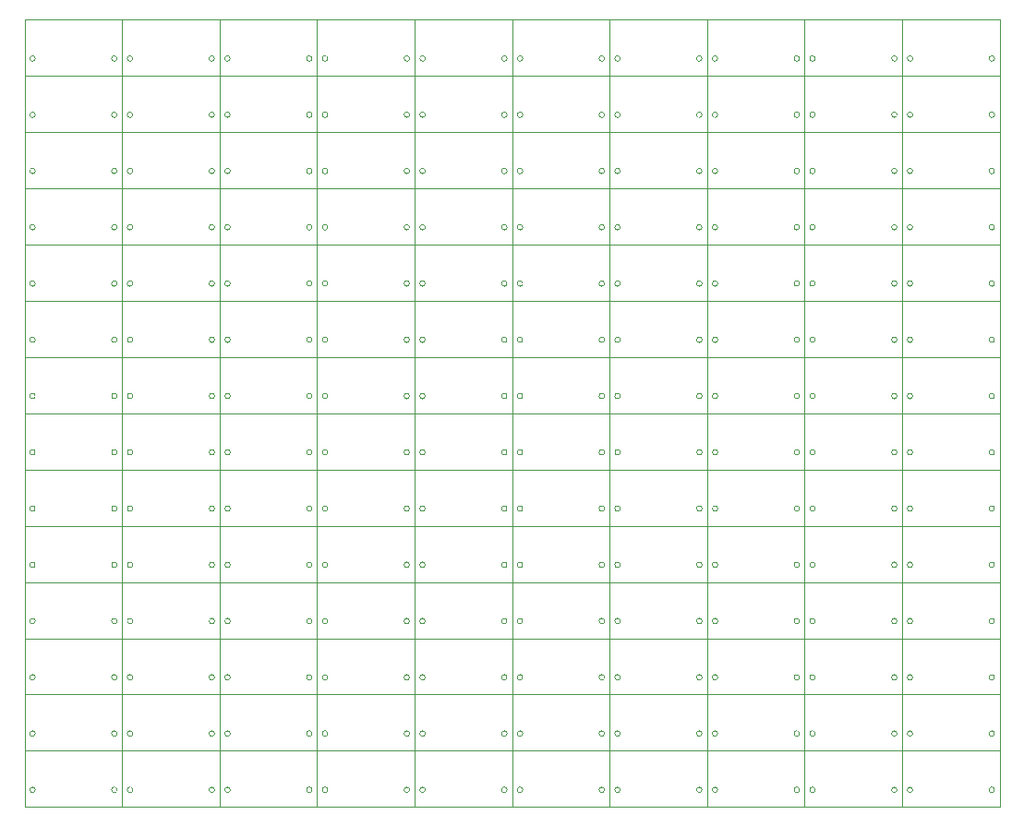
<source format=gbr>
%TF.GenerationSoftware,KiCad,Pcbnew,(6.0.7)*%
%TF.CreationDate,2023-04-07T20:00:28+08:00*%
%TF.ProjectId,MicroUSB2TypeCPanelization,4d696372-6f55-4534-9232-547970654350,rev?*%
%TF.SameCoordinates,Original*%
%TF.FileFunction,Profile,NP*%
%FSLAX46Y46*%
G04 Gerber Fmt 4.6, Leading zero omitted, Abs format (unit mm)*
G04 Created by KiCad (PCBNEW (6.0.7)) date 2023-04-07 20:00:28*
%MOMM*%
%LPD*%
G01*
G04 APERTURE LIST*
%TA.AperFunction,Profile*%
%ADD10C,0.050000*%
%TD*%
G04 APERTURE END LIST*
D10*
%TO.C,J279*%
X224072000Y-144526000D02*
X233012000Y-144526000D01*
X233012000Y-144526000D02*
X233012000Y-149686000D01*
X233012000Y-149686000D02*
X224072000Y-149686000D01*
X224072000Y-149686000D02*
X224072000Y-144526000D01*
X232542000Y-148106000D02*
G75*
G03*
X232542000Y-148106000I-250000J0D01*
G01*
X225042000Y-148106000D02*
G75*
G03*
X225042000Y-148106000I-250000J0D01*
G01*
%TO.C,J277*%
X215132000Y-144526000D02*
X224072000Y-144526000D01*
X224072000Y-144526000D02*
X224072000Y-149686000D01*
X224072000Y-149686000D02*
X215132000Y-149686000D01*
X215132000Y-149686000D02*
X215132000Y-144526000D01*
X223602000Y-148106000D02*
G75*
G03*
X223602000Y-148106000I-250000J0D01*
G01*
X216102000Y-148106000D02*
G75*
G03*
X216102000Y-148106000I-250000J0D01*
G01*
%TO.C,J275*%
X206192000Y-144526000D02*
X215132000Y-144526000D01*
X215132000Y-144526000D02*
X215132000Y-149686000D01*
X215132000Y-149686000D02*
X206192000Y-149686000D01*
X206192000Y-149686000D02*
X206192000Y-144526000D01*
X214662000Y-148106000D02*
G75*
G03*
X214662000Y-148106000I-250000J0D01*
G01*
X207162000Y-148106000D02*
G75*
G03*
X207162000Y-148106000I-250000J0D01*
G01*
%TO.C,J273*%
X197252000Y-144526000D02*
X206192000Y-144526000D01*
X206192000Y-144526000D02*
X206192000Y-149686000D01*
X206192000Y-149686000D02*
X197252000Y-149686000D01*
X197252000Y-149686000D02*
X197252000Y-144526000D01*
X205722000Y-148106000D02*
G75*
G03*
X205722000Y-148106000I-250000J0D01*
G01*
X198222000Y-148106000D02*
G75*
G03*
X198222000Y-148106000I-250000J0D01*
G01*
%TO.C,J271*%
X188312000Y-144526000D02*
X197252000Y-144526000D01*
X197252000Y-144526000D02*
X197252000Y-149686000D01*
X197252000Y-149686000D02*
X188312000Y-149686000D01*
X188312000Y-149686000D02*
X188312000Y-144526000D01*
X196782000Y-148106000D02*
G75*
G03*
X196782000Y-148106000I-250000J0D01*
G01*
X189282000Y-148106000D02*
G75*
G03*
X189282000Y-148106000I-250000J0D01*
G01*
%TO.C,J269*%
X179372000Y-144526000D02*
X188312000Y-144526000D01*
X188312000Y-144526000D02*
X188312000Y-149686000D01*
X188312000Y-149686000D02*
X179372000Y-149686000D01*
X179372000Y-149686000D02*
X179372000Y-144526000D01*
X187842000Y-148106000D02*
G75*
G03*
X187842000Y-148106000I-250000J0D01*
G01*
X180342000Y-148106000D02*
G75*
G03*
X180342000Y-148106000I-250000J0D01*
G01*
%TO.C,J267*%
X170432000Y-144526000D02*
X179372000Y-144526000D01*
X179372000Y-144526000D02*
X179372000Y-149686000D01*
X179372000Y-149686000D02*
X170432000Y-149686000D01*
X170432000Y-149686000D02*
X170432000Y-144526000D01*
X178902000Y-148106000D02*
G75*
G03*
X178902000Y-148106000I-250000J0D01*
G01*
X171402000Y-148106000D02*
G75*
G03*
X171402000Y-148106000I-250000J0D01*
G01*
%TO.C,J265*%
X161492000Y-144526000D02*
X170432000Y-144526000D01*
X170432000Y-144526000D02*
X170432000Y-149686000D01*
X170432000Y-149686000D02*
X161492000Y-149686000D01*
X161492000Y-149686000D02*
X161492000Y-144526000D01*
X169962000Y-148106000D02*
G75*
G03*
X169962000Y-148106000I-250000J0D01*
G01*
X162462000Y-148106000D02*
G75*
G03*
X162462000Y-148106000I-250000J0D01*
G01*
%TO.C,J263*%
X152552000Y-144526000D02*
X161492000Y-144526000D01*
X161492000Y-144526000D02*
X161492000Y-149686000D01*
X161492000Y-149686000D02*
X152552000Y-149686000D01*
X152552000Y-149686000D02*
X152552000Y-144526000D01*
X161022000Y-148106000D02*
G75*
G03*
X161022000Y-148106000I-250000J0D01*
G01*
X153522000Y-148106000D02*
G75*
G03*
X153522000Y-148106000I-250000J0D01*
G01*
%TO.C,J261*%
X143612000Y-144526000D02*
X152552000Y-144526000D01*
X152552000Y-144526000D02*
X152552000Y-149686000D01*
X152552000Y-149686000D02*
X143612000Y-149686000D01*
X143612000Y-149686000D02*
X143612000Y-144526000D01*
X152082000Y-148106000D02*
G75*
G03*
X152082000Y-148106000I-250000J0D01*
G01*
X144582000Y-148106000D02*
G75*
G03*
X144582000Y-148106000I-250000J0D01*
G01*
%TO.C,J259*%
X224072000Y-139366000D02*
X233012000Y-139366000D01*
X233012000Y-139366000D02*
X233012000Y-144526000D01*
X233012000Y-144526000D02*
X224072000Y-144526000D01*
X224072000Y-144526000D02*
X224072000Y-139366000D01*
X232542000Y-142946000D02*
G75*
G03*
X232542000Y-142946000I-250000J0D01*
G01*
X225042000Y-142946000D02*
G75*
G03*
X225042000Y-142946000I-250000J0D01*
G01*
%TO.C,J257*%
X215132000Y-139366000D02*
X224072000Y-139366000D01*
X224072000Y-139366000D02*
X224072000Y-144526000D01*
X224072000Y-144526000D02*
X215132000Y-144526000D01*
X215132000Y-144526000D02*
X215132000Y-139366000D01*
X223602000Y-142946000D02*
G75*
G03*
X223602000Y-142946000I-250000J0D01*
G01*
X216102000Y-142946000D02*
G75*
G03*
X216102000Y-142946000I-250000J0D01*
G01*
%TO.C,J255*%
X206192000Y-139366000D02*
X215132000Y-139366000D01*
X215132000Y-139366000D02*
X215132000Y-144526000D01*
X215132000Y-144526000D02*
X206192000Y-144526000D01*
X206192000Y-144526000D02*
X206192000Y-139366000D01*
X214662000Y-142946000D02*
G75*
G03*
X214662000Y-142946000I-250000J0D01*
G01*
X207162000Y-142946000D02*
G75*
G03*
X207162000Y-142946000I-250000J0D01*
G01*
%TO.C,J253*%
X197252000Y-139366000D02*
X206192000Y-139366000D01*
X206192000Y-139366000D02*
X206192000Y-144526000D01*
X206192000Y-144526000D02*
X197252000Y-144526000D01*
X197252000Y-144526000D02*
X197252000Y-139366000D01*
X205722000Y-142946000D02*
G75*
G03*
X205722000Y-142946000I-250000J0D01*
G01*
X198222000Y-142946000D02*
G75*
G03*
X198222000Y-142946000I-250000J0D01*
G01*
%TO.C,J251*%
X188312000Y-139366000D02*
X197252000Y-139366000D01*
X197252000Y-139366000D02*
X197252000Y-144526000D01*
X197252000Y-144526000D02*
X188312000Y-144526000D01*
X188312000Y-144526000D02*
X188312000Y-139366000D01*
X196782000Y-142946000D02*
G75*
G03*
X196782000Y-142946000I-250000J0D01*
G01*
X189282000Y-142946000D02*
G75*
G03*
X189282000Y-142946000I-250000J0D01*
G01*
%TO.C,J249*%
X179372000Y-139366000D02*
X188312000Y-139366000D01*
X188312000Y-139366000D02*
X188312000Y-144526000D01*
X188312000Y-144526000D02*
X179372000Y-144526000D01*
X179372000Y-144526000D02*
X179372000Y-139366000D01*
X187842000Y-142946000D02*
G75*
G03*
X187842000Y-142946000I-250000J0D01*
G01*
X180342000Y-142946000D02*
G75*
G03*
X180342000Y-142946000I-250000J0D01*
G01*
%TO.C,J247*%
X170432000Y-139366000D02*
X179372000Y-139366000D01*
X179372000Y-139366000D02*
X179372000Y-144526000D01*
X179372000Y-144526000D02*
X170432000Y-144526000D01*
X170432000Y-144526000D02*
X170432000Y-139366000D01*
X178902000Y-142946000D02*
G75*
G03*
X178902000Y-142946000I-250000J0D01*
G01*
X171402000Y-142946000D02*
G75*
G03*
X171402000Y-142946000I-250000J0D01*
G01*
%TO.C,J245*%
X161492000Y-139366000D02*
X170432000Y-139366000D01*
X170432000Y-139366000D02*
X170432000Y-144526000D01*
X170432000Y-144526000D02*
X161492000Y-144526000D01*
X161492000Y-144526000D02*
X161492000Y-139366000D01*
X169962000Y-142946000D02*
G75*
G03*
X169962000Y-142946000I-250000J0D01*
G01*
X162462000Y-142946000D02*
G75*
G03*
X162462000Y-142946000I-250000J0D01*
G01*
%TO.C,J243*%
X152552000Y-139366000D02*
X161492000Y-139366000D01*
X161492000Y-139366000D02*
X161492000Y-144526000D01*
X161492000Y-144526000D02*
X152552000Y-144526000D01*
X152552000Y-144526000D02*
X152552000Y-139366000D01*
X161022000Y-142946000D02*
G75*
G03*
X161022000Y-142946000I-250000J0D01*
G01*
X153522000Y-142946000D02*
G75*
G03*
X153522000Y-142946000I-250000J0D01*
G01*
%TO.C,J241*%
X143612000Y-139366000D02*
X152552000Y-139366000D01*
X152552000Y-139366000D02*
X152552000Y-144526000D01*
X152552000Y-144526000D02*
X143612000Y-144526000D01*
X143612000Y-144526000D02*
X143612000Y-139366000D01*
X152082000Y-142946000D02*
G75*
G03*
X152082000Y-142946000I-250000J0D01*
G01*
X144582000Y-142946000D02*
G75*
G03*
X144582000Y-142946000I-250000J0D01*
G01*
%TO.C,J239*%
X224072000Y-134206000D02*
X233012000Y-134206000D01*
X233012000Y-134206000D02*
X233012000Y-139366000D01*
X233012000Y-139366000D02*
X224072000Y-139366000D01*
X224072000Y-139366000D02*
X224072000Y-134206000D01*
X232542000Y-137786000D02*
G75*
G03*
X232542000Y-137786000I-250000J0D01*
G01*
X225042000Y-137786000D02*
G75*
G03*
X225042000Y-137786000I-250000J0D01*
G01*
%TO.C,J237*%
X215132000Y-134206000D02*
X224072000Y-134206000D01*
X224072000Y-134206000D02*
X224072000Y-139366000D01*
X224072000Y-139366000D02*
X215132000Y-139366000D01*
X215132000Y-139366000D02*
X215132000Y-134206000D01*
X223602000Y-137786000D02*
G75*
G03*
X223602000Y-137786000I-250000J0D01*
G01*
X216102000Y-137786000D02*
G75*
G03*
X216102000Y-137786000I-250000J0D01*
G01*
%TO.C,J235*%
X206192000Y-134206000D02*
X215132000Y-134206000D01*
X215132000Y-134206000D02*
X215132000Y-139366000D01*
X215132000Y-139366000D02*
X206192000Y-139366000D01*
X206192000Y-139366000D02*
X206192000Y-134206000D01*
X214662000Y-137786000D02*
G75*
G03*
X214662000Y-137786000I-250000J0D01*
G01*
X207162000Y-137786000D02*
G75*
G03*
X207162000Y-137786000I-250000J0D01*
G01*
%TO.C,J233*%
X197252000Y-134206000D02*
X206192000Y-134206000D01*
X206192000Y-134206000D02*
X206192000Y-139366000D01*
X206192000Y-139366000D02*
X197252000Y-139366000D01*
X197252000Y-139366000D02*
X197252000Y-134206000D01*
X205722000Y-137786000D02*
G75*
G03*
X205722000Y-137786000I-250000J0D01*
G01*
X198222000Y-137786000D02*
G75*
G03*
X198222000Y-137786000I-250000J0D01*
G01*
%TO.C,J231*%
X188312000Y-134206000D02*
X197252000Y-134206000D01*
X197252000Y-134206000D02*
X197252000Y-139366000D01*
X197252000Y-139366000D02*
X188312000Y-139366000D01*
X188312000Y-139366000D02*
X188312000Y-134206000D01*
X196782000Y-137786000D02*
G75*
G03*
X196782000Y-137786000I-250000J0D01*
G01*
X189282000Y-137786000D02*
G75*
G03*
X189282000Y-137786000I-250000J0D01*
G01*
%TO.C,J229*%
X179372000Y-134206000D02*
X188312000Y-134206000D01*
X188312000Y-134206000D02*
X188312000Y-139366000D01*
X188312000Y-139366000D02*
X179372000Y-139366000D01*
X179372000Y-139366000D02*
X179372000Y-134206000D01*
X187842000Y-137786000D02*
G75*
G03*
X187842000Y-137786000I-250000J0D01*
G01*
X180342000Y-137786000D02*
G75*
G03*
X180342000Y-137786000I-250000J0D01*
G01*
%TO.C,J227*%
X170432000Y-134206000D02*
X179372000Y-134206000D01*
X179372000Y-134206000D02*
X179372000Y-139366000D01*
X179372000Y-139366000D02*
X170432000Y-139366000D01*
X170432000Y-139366000D02*
X170432000Y-134206000D01*
X178902000Y-137786000D02*
G75*
G03*
X178902000Y-137786000I-250000J0D01*
G01*
X171402000Y-137786000D02*
G75*
G03*
X171402000Y-137786000I-250000J0D01*
G01*
%TO.C,J225*%
X161492000Y-134206000D02*
X170432000Y-134206000D01*
X170432000Y-134206000D02*
X170432000Y-139366000D01*
X170432000Y-139366000D02*
X161492000Y-139366000D01*
X161492000Y-139366000D02*
X161492000Y-134206000D01*
X169962000Y-137786000D02*
G75*
G03*
X169962000Y-137786000I-250000J0D01*
G01*
X162462000Y-137786000D02*
G75*
G03*
X162462000Y-137786000I-250000J0D01*
G01*
%TO.C,J223*%
X152552000Y-134206000D02*
X161492000Y-134206000D01*
X161492000Y-134206000D02*
X161492000Y-139366000D01*
X161492000Y-139366000D02*
X152552000Y-139366000D01*
X152552000Y-139366000D02*
X152552000Y-134206000D01*
X161022000Y-137786000D02*
G75*
G03*
X161022000Y-137786000I-250000J0D01*
G01*
X153522000Y-137786000D02*
G75*
G03*
X153522000Y-137786000I-250000J0D01*
G01*
%TO.C,J221*%
X143612000Y-134206000D02*
X152552000Y-134206000D01*
X152552000Y-134206000D02*
X152552000Y-139366000D01*
X152552000Y-139366000D02*
X143612000Y-139366000D01*
X143612000Y-139366000D02*
X143612000Y-134206000D01*
X152082000Y-137786000D02*
G75*
G03*
X152082000Y-137786000I-250000J0D01*
G01*
X144582000Y-137786000D02*
G75*
G03*
X144582000Y-137786000I-250000J0D01*
G01*
%TO.C,J219*%
X224072000Y-129046000D02*
X233012000Y-129046000D01*
X233012000Y-129046000D02*
X233012000Y-134206000D01*
X233012000Y-134206000D02*
X224072000Y-134206000D01*
X224072000Y-134206000D02*
X224072000Y-129046000D01*
X232542000Y-132626000D02*
G75*
G03*
X232542000Y-132626000I-250000J0D01*
G01*
X225042000Y-132626000D02*
G75*
G03*
X225042000Y-132626000I-250000J0D01*
G01*
%TO.C,J217*%
X215132000Y-129046000D02*
X224072000Y-129046000D01*
X224072000Y-129046000D02*
X224072000Y-134206000D01*
X224072000Y-134206000D02*
X215132000Y-134206000D01*
X215132000Y-134206000D02*
X215132000Y-129046000D01*
X223602000Y-132626000D02*
G75*
G03*
X223602000Y-132626000I-250000J0D01*
G01*
X216102000Y-132626000D02*
G75*
G03*
X216102000Y-132626000I-250000J0D01*
G01*
%TO.C,J215*%
X206192000Y-129046000D02*
X215132000Y-129046000D01*
X215132000Y-129046000D02*
X215132000Y-134206000D01*
X215132000Y-134206000D02*
X206192000Y-134206000D01*
X206192000Y-134206000D02*
X206192000Y-129046000D01*
X214662000Y-132626000D02*
G75*
G03*
X214662000Y-132626000I-250000J0D01*
G01*
X207162000Y-132626000D02*
G75*
G03*
X207162000Y-132626000I-250000J0D01*
G01*
%TO.C,J213*%
X197252000Y-129046000D02*
X206192000Y-129046000D01*
X206192000Y-129046000D02*
X206192000Y-134206000D01*
X206192000Y-134206000D02*
X197252000Y-134206000D01*
X197252000Y-134206000D02*
X197252000Y-129046000D01*
X205722000Y-132626000D02*
G75*
G03*
X205722000Y-132626000I-250000J0D01*
G01*
X198222000Y-132626000D02*
G75*
G03*
X198222000Y-132626000I-250000J0D01*
G01*
%TO.C,J211*%
X188312000Y-129046000D02*
X197252000Y-129046000D01*
X197252000Y-129046000D02*
X197252000Y-134206000D01*
X197252000Y-134206000D02*
X188312000Y-134206000D01*
X188312000Y-134206000D02*
X188312000Y-129046000D01*
X196782000Y-132626000D02*
G75*
G03*
X196782000Y-132626000I-250000J0D01*
G01*
X189282000Y-132626000D02*
G75*
G03*
X189282000Y-132626000I-250000J0D01*
G01*
%TO.C,J209*%
X179372000Y-129046000D02*
X188312000Y-129046000D01*
X188312000Y-129046000D02*
X188312000Y-134206000D01*
X188312000Y-134206000D02*
X179372000Y-134206000D01*
X179372000Y-134206000D02*
X179372000Y-129046000D01*
X187842000Y-132626000D02*
G75*
G03*
X187842000Y-132626000I-250000J0D01*
G01*
X180342000Y-132626000D02*
G75*
G03*
X180342000Y-132626000I-250000J0D01*
G01*
%TO.C,J207*%
X170432000Y-129046000D02*
X179372000Y-129046000D01*
X179372000Y-129046000D02*
X179372000Y-134206000D01*
X179372000Y-134206000D02*
X170432000Y-134206000D01*
X170432000Y-134206000D02*
X170432000Y-129046000D01*
X178902000Y-132626000D02*
G75*
G03*
X178902000Y-132626000I-250000J0D01*
G01*
X171402000Y-132626000D02*
G75*
G03*
X171402000Y-132626000I-250000J0D01*
G01*
%TO.C,J205*%
X161492000Y-129046000D02*
X170432000Y-129046000D01*
X170432000Y-129046000D02*
X170432000Y-134206000D01*
X170432000Y-134206000D02*
X161492000Y-134206000D01*
X161492000Y-134206000D02*
X161492000Y-129046000D01*
X169962000Y-132626000D02*
G75*
G03*
X169962000Y-132626000I-250000J0D01*
G01*
X162462000Y-132626000D02*
G75*
G03*
X162462000Y-132626000I-250000J0D01*
G01*
%TO.C,J203*%
X152552000Y-129046000D02*
X161492000Y-129046000D01*
X161492000Y-129046000D02*
X161492000Y-134206000D01*
X161492000Y-134206000D02*
X152552000Y-134206000D01*
X152552000Y-134206000D02*
X152552000Y-129046000D01*
X161022000Y-132626000D02*
G75*
G03*
X161022000Y-132626000I-250000J0D01*
G01*
X153522000Y-132626000D02*
G75*
G03*
X153522000Y-132626000I-250000J0D01*
G01*
%TO.C,J201*%
X143612000Y-129046000D02*
X152552000Y-129046000D01*
X152552000Y-129046000D02*
X152552000Y-134206000D01*
X152552000Y-134206000D02*
X143612000Y-134206000D01*
X143612000Y-134206000D02*
X143612000Y-129046000D01*
X152082000Y-132626000D02*
G75*
G03*
X152082000Y-132626000I-250000J0D01*
G01*
X144582000Y-132626000D02*
G75*
G03*
X144582000Y-132626000I-250000J0D01*
G01*
%TO.C,J199*%
X224072000Y-123886000D02*
X233012000Y-123886000D01*
X233012000Y-123886000D02*
X233012000Y-129046000D01*
X233012000Y-129046000D02*
X224072000Y-129046000D01*
X224072000Y-129046000D02*
X224072000Y-123886000D01*
X232542000Y-127466000D02*
G75*
G03*
X232542000Y-127466000I-250000J0D01*
G01*
X225042000Y-127466000D02*
G75*
G03*
X225042000Y-127466000I-250000J0D01*
G01*
%TO.C,J197*%
X215132000Y-123886000D02*
X224072000Y-123886000D01*
X224072000Y-123886000D02*
X224072000Y-129046000D01*
X224072000Y-129046000D02*
X215132000Y-129046000D01*
X215132000Y-129046000D02*
X215132000Y-123886000D01*
X223602000Y-127466000D02*
G75*
G03*
X223602000Y-127466000I-250000J0D01*
G01*
X216102000Y-127466000D02*
G75*
G03*
X216102000Y-127466000I-250000J0D01*
G01*
%TO.C,J195*%
X206192000Y-123886000D02*
X215132000Y-123886000D01*
X215132000Y-123886000D02*
X215132000Y-129046000D01*
X215132000Y-129046000D02*
X206192000Y-129046000D01*
X206192000Y-129046000D02*
X206192000Y-123886000D01*
X214662000Y-127466000D02*
G75*
G03*
X214662000Y-127466000I-250000J0D01*
G01*
X207162000Y-127466000D02*
G75*
G03*
X207162000Y-127466000I-250000J0D01*
G01*
%TO.C,J193*%
X197252000Y-123886000D02*
X206192000Y-123886000D01*
X206192000Y-123886000D02*
X206192000Y-129046000D01*
X206192000Y-129046000D02*
X197252000Y-129046000D01*
X197252000Y-129046000D02*
X197252000Y-123886000D01*
X205722000Y-127466000D02*
G75*
G03*
X205722000Y-127466000I-250000J0D01*
G01*
X198222000Y-127466000D02*
G75*
G03*
X198222000Y-127466000I-250000J0D01*
G01*
%TO.C,J191*%
X188312000Y-123886000D02*
X197252000Y-123886000D01*
X197252000Y-123886000D02*
X197252000Y-129046000D01*
X197252000Y-129046000D02*
X188312000Y-129046000D01*
X188312000Y-129046000D02*
X188312000Y-123886000D01*
X196782000Y-127466000D02*
G75*
G03*
X196782000Y-127466000I-250000J0D01*
G01*
X189282000Y-127466000D02*
G75*
G03*
X189282000Y-127466000I-250000J0D01*
G01*
%TO.C,J189*%
X179372000Y-123886000D02*
X188312000Y-123886000D01*
X188312000Y-123886000D02*
X188312000Y-129046000D01*
X188312000Y-129046000D02*
X179372000Y-129046000D01*
X179372000Y-129046000D02*
X179372000Y-123886000D01*
X187842000Y-127466000D02*
G75*
G03*
X187842000Y-127466000I-250000J0D01*
G01*
X180342000Y-127466000D02*
G75*
G03*
X180342000Y-127466000I-250000J0D01*
G01*
%TO.C,J187*%
X170432000Y-123886000D02*
X179372000Y-123886000D01*
X179372000Y-123886000D02*
X179372000Y-129046000D01*
X179372000Y-129046000D02*
X170432000Y-129046000D01*
X170432000Y-129046000D02*
X170432000Y-123886000D01*
X178902000Y-127466000D02*
G75*
G03*
X178902000Y-127466000I-250000J0D01*
G01*
X171402000Y-127466000D02*
G75*
G03*
X171402000Y-127466000I-250000J0D01*
G01*
%TO.C,J185*%
X161492000Y-123886000D02*
X170432000Y-123886000D01*
X170432000Y-123886000D02*
X170432000Y-129046000D01*
X170432000Y-129046000D02*
X161492000Y-129046000D01*
X161492000Y-129046000D02*
X161492000Y-123886000D01*
X169962000Y-127466000D02*
G75*
G03*
X169962000Y-127466000I-250000J0D01*
G01*
X162462000Y-127466000D02*
G75*
G03*
X162462000Y-127466000I-250000J0D01*
G01*
%TO.C,J183*%
X152552000Y-123886000D02*
X161492000Y-123886000D01*
X161492000Y-123886000D02*
X161492000Y-129046000D01*
X161492000Y-129046000D02*
X152552000Y-129046000D01*
X152552000Y-129046000D02*
X152552000Y-123886000D01*
X161022000Y-127466000D02*
G75*
G03*
X161022000Y-127466000I-250000J0D01*
G01*
X153522000Y-127466000D02*
G75*
G03*
X153522000Y-127466000I-250000J0D01*
G01*
%TO.C,J181*%
X143612000Y-123886000D02*
X152552000Y-123886000D01*
X152552000Y-123886000D02*
X152552000Y-129046000D01*
X152552000Y-129046000D02*
X143612000Y-129046000D01*
X143612000Y-129046000D02*
X143612000Y-123886000D01*
X152082000Y-127466000D02*
G75*
G03*
X152082000Y-127466000I-250000J0D01*
G01*
X144582000Y-127466000D02*
G75*
G03*
X144582000Y-127466000I-250000J0D01*
G01*
%TO.C,J179*%
X224072000Y-118726000D02*
X233012000Y-118726000D01*
X233012000Y-118726000D02*
X233012000Y-123886000D01*
X233012000Y-123886000D02*
X224072000Y-123886000D01*
X224072000Y-123886000D02*
X224072000Y-118726000D01*
X232542000Y-122306000D02*
G75*
G03*
X232542000Y-122306000I-250000J0D01*
G01*
X225042000Y-122306000D02*
G75*
G03*
X225042000Y-122306000I-250000J0D01*
G01*
%TO.C,J177*%
X215132000Y-118726000D02*
X224072000Y-118726000D01*
X224072000Y-118726000D02*
X224072000Y-123886000D01*
X224072000Y-123886000D02*
X215132000Y-123886000D01*
X215132000Y-123886000D02*
X215132000Y-118726000D01*
X223602000Y-122306000D02*
G75*
G03*
X223602000Y-122306000I-250000J0D01*
G01*
X216102000Y-122306000D02*
G75*
G03*
X216102000Y-122306000I-250000J0D01*
G01*
%TO.C,J175*%
X206192000Y-118726000D02*
X215132000Y-118726000D01*
X215132000Y-118726000D02*
X215132000Y-123886000D01*
X215132000Y-123886000D02*
X206192000Y-123886000D01*
X206192000Y-123886000D02*
X206192000Y-118726000D01*
X214662000Y-122306000D02*
G75*
G03*
X214662000Y-122306000I-250000J0D01*
G01*
X207162000Y-122306000D02*
G75*
G03*
X207162000Y-122306000I-250000J0D01*
G01*
%TO.C,J173*%
X197252000Y-118726000D02*
X206192000Y-118726000D01*
X206192000Y-118726000D02*
X206192000Y-123886000D01*
X206192000Y-123886000D02*
X197252000Y-123886000D01*
X197252000Y-123886000D02*
X197252000Y-118726000D01*
X205722000Y-122306000D02*
G75*
G03*
X205722000Y-122306000I-250000J0D01*
G01*
X198222000Y-122306000D02*
G75*
G03*
X198222000Y-122306000I-250000J0D01*
G01*
%TO.C,J171*%
X188312000Y-118726000D02*
X197252000Y-118726000D01*
X197252000Y-118726000D02*
X197252000Y-123886000D01*
X197252000Y-123886000D02*
X188312000Y-123886000D01*
X188312000Y-123886000D02*
X188312000Y-118726000D01*
X196782000Y-122306000D02*
G75*
G03*
X196782000Y-122306000I-250000J0D01*
G01*
X189282000Y-122306000D02*
G75*
G03*
X189282000Y-122306000I-250000J0D01*
G01*
%TO.C,J169*%
X179372000Y-118726000D02*
X188312000Y-118726000D01*
X188312000Y-118726000D02*
X188312000Y-123886000D01*
X188312000Y-123886000D02*
X179372000Y-123886000D01*
X179372000Y-123886000D02*
X179372000Y-118726000D01*
X187842000Y-122306000D02*
G75*
G03*
X187842000Y-122306000I-250000J0D01*
G01*
X180342000Y-122306000D02*
G75*
G03*
X180342000Y-122306000I-250000J0D01*
G01*
%TO.C,J167*%
X170432000Y-118726000D02*
X179372000Y-118726000D01*
X179372000Y-118726000D02*
X179372000Y-123886000D01*
X179372000Y-123886000D02*
X170432000Y-123886000D01*
X170432000Y-123886000D02*
X170432000Y-118726000D01*
X178902000Y-122306000D02*
G75*
G03*
X178902000Y-122306000I-250000J0D01*
G01*
X171402000Y-122306000D02*
G75*
G03*
X171402000Y-122306000I-250000J0D01*
G01*
%TO.C,J165*%
X161492000Y-118726000D02*
X170432000Y-118726000D01*
X170432000Y-118726000D02*
X170432000Y-123886000D01*
X170432000Y-123886000D02*
X161492000Y-123886000D01*
X161492000Y-123886000D02*
X161492000Y-118726000D01*
X169962000Y-122306000D02*
G75*
G03*
X169962000Y-122306000I-250000J0D01*
G01*
X162462000Y-122306000D02*
G75*
G03*
X162462000Y-122306000I-250000J0D01*
G01*
%TO.C,J163*%
X152552000Y-118726000D02*
X161492000Y-118726000D01*
X161492000Y-118726000D02*
X161492000Y-123886000D01*
X161492000Y-123886000D02*
X152552000Y-123886000D01*
X152552000Y-123886000D02*
X152552000Y-118726000D01*
X161022000Y-122306000D02*
G75*
G03*
X161022000Y-122306000I-250000J0D01*
G01*
X153522000Y-122306000D02*
G75*
G03*
X153522000Y-122306000I-250000J0D01*
G01*
%TO.C,J161*%
X143612000Y-118726000D02*
X152552000Y-118726000D01*
X152552000Y-118726000D02*
X152552000Y-123886000D01*
X152552000Y-123886000D02*
X143612000Y-123886000D01*
X143612000Y-123886000D02*
X143612000Y-118726000D01*
X152082000Y-122306000D02*
G75*
G03*
X152082000Y-122306000I-250000J0D01*
G01*
X144582000Y-122306000D02*
G75*
G03*
X144582000Y-122306000I-250000J0D01*
G01*
%TO.C,J159*%
X224072000Y-113566000D02*
X233012000Y-113566000D01*
X233012000Y-113566000D02*
X233012000Y-118726000D01*
X233012000Y-118726000D02*
X224072000Y-118726000D01*
X224072000Y-118726000D02*
X224072000Y-113566000D01*
X232542000Y-117146000D02*
G75*
G03*
X232542000Y-117146000I-250000J0D01*
G01*
X225042000Y-117146000D02*
G75*
G03*
X225042000Y-117146000I-250000J0D01*
G01*
%TO.C,J157*%
X215132000Y-113566000D02*
X224072000Y-113566000D01*
X224072000Y-113566000D02*
X224072000Y-118726000D01*
X224072000Y-118726000D02*
X215132000Y-118726000D01*
X215132000Y-118726000D02*
X215132000Y-113566000D01*
X223602000Y-117146000D02*
G75*
G03*
X223602000Y-117146000I-250000J0D01*
G01*
X216102000Y-117146000D02*
G75*
G03*
X216102000Y-117146000I-250000J0D01*
G01*
%TO.C,J155*%
X206192000Y-113566000D02*
X215132000Y-113566000D01*
X215132000Y-113566000D02*
X215132000Y-118726000D01*
X215132000Y-118726000D02*
X206192000Y-118726000D01*
X206192000Y-118726000D02*
X206192000Y-113566000D01*
X214662000Y-117146000D02*
G75*
G03*
X214662000Y-117146000I-250000J0D01*
G01*
X207162000Y-117146000D02*
G75*
G03*
X207162000Y-117146000I-250000J0D01*
G01*
%TO.C,J153*%
X197252000Y-113566000D02*
X206192000Y-113566000D01*
X206192000Y-113566000D02*
X206192000Y-118726000D01*
X206192000Y-118726000D02*
X197252000Y-118726000D01*
X197252000Y-118726000D02*
X197252000Y-113566000D01*
X205722000Y-117146000D02*
G75*
G03*
X205722000Y-117146000I-250000J0D01*
G01*
X198222000Y-117146000D02*
G75*
G03*
X198222000Y-117146000I-250000J0D01*
G01*
%TO.C,J151*%
X188312000Y-113566000D02*
X197252000Y-113566000D01*
X197252000Y-113566000D02*
X197252000Y-118726000D01*
X197252000Y-118726000D02*
X188312000Y-118726000D01*
X188312000Y-118726000D02*
X188312000Y-113566000D01*
X196782000Y-117146000D02*
G75*
G03*
X196782000Y-117146000I-250000J0D01*
G01*
X189282000Y-117146000D02*
G75*
G03*
X189282000Y-117146000I-250000J0D01*
G01*
%TO.C,J149*%
X179372000Y-113566000D02*
X188312000Y-113566000D01*
X188312000Y-113566000D02*
X188312000Y-118726000D01*
X188312000Y-118726000D02*
X179372000Y-118726000D01*
X179372000Y-118726000D02*
X179372000Y-113566000D01*
X187842000Y-117146000D02*
G75*
G03*
X187842000Y-117146000I-250000J0D01*
G01*
X180342000Y-117146000D02*
G75*
G03*
X180342000Y-117146000I-250000J0D01*
G01*
%TO.C,J147*%
X170432000Y-113566000D02*
X179372000Y-113566000D01*
X179372000Y-113566000D02*
X179372000Y-118726000D01*
X179372000Y-118726000D02*
X170432000Y-118726000D01*
X170432000Y-118726000D02*
X170432000Y-113566000D01*
X178902000Y-117146000D02*
G75*
G03*
X178902000Y-117146000I-250000J0D01*
G01*
X171402000Y-117146000D02*
G75*
G03*
X171402000Y-117146000I-250000J0D01*
G01*
%TO.C,J145*%
X161492000Y-113566000D02*
X170432000Y-113566000D01*
X170432000Y-113566000D02*
X170432000Y-118726000D01*
X170432000Y-118726000D02*
X161492000Y-118726000D01*
X161492000Y-118726000D02*
X161492000Y-113566000D01*
X169962000Y-117146000D02*
G75*
G03*
X169962000Y-117146000I-250000J0D01*
G01*
X162462000Y-117146000D02*
G75*
G03*
X162462000Y-117146000I-250000J0D01*
G01*
%TO.C,J143*%
X152552000Y-113566000D02*
X161492000Y-113566000D01*
X161492000Y-113566000D02*
X161492000Y-118726000D01*
X161492000Y-118726000D02*
X152552000Y-118726000D01*
X152552000Y-118726000D02*
X152552000Y-113566000D01*
X161022000Y-117146000D02*
G75*
G03*
X161022000Y-117146000I-250000J0D01*
G01*
X153522000Y-117146000D02*
G75*
G03*
X153522000Y-117146000I-250000J0D01*
G01*
%TO.C,J141*%
X143612000Y-113566000D02*
X152552000Y-113566000D01*
X152552000Y-113566000D02*
X152552000Y-118726000D01*
X152552000Y-118726000D02*
X143612000Y-118726000D01*
X143612000Y-118726000D02*
X143612000Y-113566000D01*
X152082000Y-117146000D02*
G75*
G03*
X152082000Y-117146000I-250000J0D01*
G01*
X144582000Y-117146000D02*
G75*
G03*
X144582000Y-117146000I-250000J0D01*
G01*
%TO.C,J139*%
X224072000Y-108406000D02*
X233012000Y-108406000D01*
X233012000Y-108406000D02*
X233012000Y-113566000D01*
X233012000Y-113566000D02*
X224072000Y-113566000D01*
X224072000Y-113566000D02*
X224072000Y-108406000D01*
X232542000Y-111986000D02*
G75*
G03*
X232542000Y-111986000I-250000J0D01*
G01*
X225042000Y-111986000D02*
G75*
G03*
X225042000Y-111986000I-250000J0D01*
G01*
%TO.C,J137*%
X215132000Y-108406000D02*
X224072000Y-108406000D01*
X224072000Y-108406000D02*
X224072000Y-113566000D01*
X224072000Y-113566000D02*
X215132000Y-113566000D01*
X215132000Y-113566000D02*
X215132000Y-108406000D01*
X223602000Y-111986000D02*
G75*
G03*
X223602000Y-111986000I-250000J0D01*
G01*
X216102000Y-111986000D02*
G75*
G03*
X216102000Y-111986000I-250000J0D01*
G01*
%TO.C,J135*%
X206192000Y-108406000D02*
X215132000Y-108406000D01*
X215132000Y-108406000D02*
X215132000Y-113566000D01*
X215132000Y-113566000D02*
X206192000Y-113566000D01*
X206192000Y-113566000D02*
X206192000Y-108406000D01*
X214662000Y-111986000D02*
G75*
G03*
X214662000Y-111986000I-250000J0D01*
G01*
X207162000Y-111986000D02*
G75*
G03*
X207162000Y-111986000I-250000J0D01*
G01*
%TO.C,J133*%
X197252000Y-108406000D02*
X206192000Y-108406000D01*
X206192000Y-108406000D02*
X206192000Y-113566000D01*
X206192000Y-113566000D02*
X197252000Y-113566000D01*
X197252000Y-113566000D02*
X197252000Y-108406000D01*
X205722000Y-111986000D02*
G75*
G03*
X205722000Y-111986000I-250000J0D01*
G01*
X198222000Y-111986000D02*
G75*
G03*
X198222000Y-111986000I-250000J0D01*
G01*
%TO.C,J131*%
X188312000Y-108406000D02*
X197252000Y-108406000D01*
X197252000Y-108406000D02*
X197252000Y-113566000D01*
X197252000Y-113566000D02*
X188312000Y-113566000D01*
X188312000Y-113566000D02*
X188312000Y-108406000D01*
X196782000Y-111986000D02*
G75*
G03*
X196782000Y-111986000I-250000J0D01*
G01*
X189282000Y-111986000D02*
G75*
G03*
X189282000Y-111986000I-250000J0D01*
G01*
%TO.C,J129*%
X179372000Y-108406000D02*
X188312000Y-108406000D01*
X188312000Y-108406000D02*
X188312000Y-113566000D01*
X188312000Y-113566000D02*
X179372000Y-113566000D01*
X179372000Y-113566000D02*
X179372000Y-108406000D01*
X187842000Y-111986000D02*
G75*
G03*
X187842000Y-111986000I-250000J0D01*
G01*
X180342000Y-111986000D02*
G75*
G03*
X180342000Y-111986000I-250000J0D01*
G01*
%TO.C,J127*%
X170432000Y-108406000D02*
X179372000Y-108406000D01*
X179372000Y-108406000D02*
X179372000Y-113566000D01*
X179372000Y-113566000D02*
X170432000Y-113566000D01*
X170432000Y-113566000D02*
X170432000Y-108406000D01*
X178902000Y-111986000D02*
G75*
G03*
X178902000Y-111986000I-250000J0D01*
G01*
X171402000Y-111986000D02*
G75*
G03*
X171402000Y-111986000I-250000J0D01*
G01*
%TO.C,J125*%
X161492000Y-108406000D02*
X170432000Y-108406000D01*
X170432000Y-108406000D02*
X170432000Y-113566000D01*
X170432000Y-113566000D02*
X161492000Y-113566000D01*
X161492000Y-113566000D02*
X161492000Y-108406000D01*
X169962000Y-111986000D02*
G75*
G03*
X169962000Y-111986000I-250000J0D01*
G01*
X162462000Y-111986000D02*
G75*
G03*
X162462000Y-111986000I-250000J0D01*
G01*
%TO.C,J123*%
X152552000Y-108406000D02*
X161492000Y-108406000D01*
X161492000Y-108406000D02*
X161492000Y-113566000D01*
X161492000Y-113566000D02*
X152552000Y-113566000D01*
X152552000Y-113566000D02*
X152552000Y-108406000D01*
X161022000Y-111986000D02*
G75*
G03*
X161022000Y-111986000I-250000J0D01*
G01*
X153522000Y-111986000D02*
G75*
G03*
X153522000Y-111986000I-250000J0D01*
G01*
%TO.C,J121*%
X143612000Y-108406000D02*
X152552000Y-108406000D01*
X152552000Y-108406000D02*
X152552000Y-113566000D01*
X152552000Y-113566000D02*
X143612000Y-113566000D01*
X143612000Y-113566000D02*
X143612000Y-108406000D01*
X152082000Y-111986000D02*
G75*
G03*
X152082000Y-111986000I-250000J0D01*
G01*
X144582000Y-111986000D02*
G75*
G03*
X144582000Y-111986000I-250000J0D01*
G01*
%TO.C,J119*%
X224072000Y-103246000D02*
X233012000Y-103246000D01*
X233012000Y-103246000D02*
X233012000Y-108406000D01*
X233012000Y-108406000D02*
X224072000Y-108406000D01*
X224072000Y-108406000D02*
X224072000Y-103246000D01*
X232542000Y-106826000D02*
G75*
G03*
X232542000Y-106826000I-250000J0D01*
G01*
X225042000Y-106826000D02*
G75*
G03*
X225042000Y-106826000I-250000J0D01*
G01*
%TO.C,J117*%
X215132000Y-103246000D02*
X224072000Y-103246000D01*
X224072000Y-103246000D02*
X224072000Y-108406000D01*
X224072000Y-108406000D02*
X215132000Y-108406000D01*
X215132000Y-108406000D02*
X215132000Y-103246000D01*
X223602000Y-106826000D02*
G75*
G03*
X223602000Y-106826000I-250000J0D01*
G01*
X216102000Y-106826000D02*
G75*
G03*
X216102000Y-106826000I-250000J0D01*
G01*
%TO.C,J115*%
X206192000Y-103246000D02*
X215132000Y-103246000D01*
X215132000Y-103246000D02*
X215132000Y-108406000D01*
X215132000Y-108406000D02*
X206192000Y-108406000D01*
X206192000Y-108406000D02*
X206192000Y-103246000D01*
X214662000Y-106826000D02*
G75*
G03*
X214662000Y-106826000I-250000J0D01*
G01*
X207162000Y-106826000D02*
G75*
G03*
X207162000Y-106826000I-250000J0D01*
G01*
%TO.C,J113*%
X197252000Y-103246000D02*
X206192000Y-103246000D01*
X206192000Y-103246000D02*
X206192000Y-108406000D01*
X206192000Y-108406000D02*
X197252000Y-108406000D01*
X197252000Y-108406000D02*
X197252000Y-103246000D01*
X205722000Y-106826000D02*
G75*
G03*
X205722000Y-106826000I-250000J0D01*
G01*
X198222000Y-106826000D02*
G75*
G03*
X198222000Y-106826000I-250000J0D01*
G01*
%TO.C,J111*%
X188312000Y-103246000D02*
X197252000Y-103246000D01*
X197252000Y-103246000D02*
X197252000Y-108406000D01*
X197252000Y-108406000D02*
X188312000Y-108406000D01*
X188312000Y-108406000D02*
X188312000Y-103246000D01*
X196782000Y-106826000D02*
G75*
G03*
X196782000Y-106826000I-250000J0D01*
G01*
X189282000Y-106826000D02*
G75*
G03*
X189282000Y-106826000I-250000J0D01*
G01*
%TO.C,J109*%
X179372000Y-103246000D02*
X188312000Y-103246000D01*
X188312000Y-103246000D02*
X188312000Y-108406000D01*
X188312000Y-108406000D02*
X179372000Y-108406000D01*
X179372000Y-108406000D02*
X179372000Y-103246000D01*
X187842000Y-106826000D02*
G75*
G03*
X187842000Y-106826000I-250000J0D01*
G01*
X180342000Y-106826000D02*
G75*
G03*
X180342000Y-106826000I-250000J0D01*
G01*
%TO.C,J107*%
X170432000Y-103246000D02*
X179372000Y-103246000D01*
X179372000Y-103246000D02*
X179372000Y-108406000D01*
X179372000Y-108406000D02*
X170432000Y-108406000D01*
X170432000Y-108406000D02*
X170432000Y-103246000D01*
X178902000Y-106826000D02*
G75*
G03*
X178902000Y-106826000I-250000J0D01*
G01*
X171402000Y-106826000D02*
G75*
G03*
X171402000Y-106826000I-250000J0D01*
G01*
%TO.C,J105*%
X161492000Y-103246000D02*
X170432000Y-103246000D01*
X170432000Y-103246000D02*
X170432000Y-108406000D01*
X170432000Y-108406000D02*
X161492000Y-108406000D01*
X161492000Y-108406000D02*
X161492000Y-103246000D01*
X169962000Y-106826000D02*
G75*
G03*
X169962000Y-106826000I-250000J0D01*
G01*
X162462000Y-106826000D02*
G75*
G03*
X162462000Y-106826000I-250000J0D01*
G01*
%TO.C,J103*%
X152552000Y-103246000D02*
X161492000Y-103246000D01*
X161492000Y-103246000D02*
X161492000Y-108406000D01*
X161492000Y-108406000D02*
X152552000Y-108406000D01*
X152552000Y-108406000D02*
X152552000Y-103246000D01*
X161022000Y-106826000D02*
G75*
G03*
X161022000Y-106826000I-250000J0D01*
G01*
X153522000Y-106826000D02*
G75*
G03*
X153522000Y-106826000I-250000J0D01*
G01*
%TO.C,J101*%
X143612000Y-103246000D02*
X152552000Y-103246000D01*
X152552000Y-103246000D02*
X152552000Y-108406000D01*
X152552000Y-108406000D02*
X143612000Y-108406000D01*
X143612000Y-108406000D02*
X143612000Y-103246000D01*
X152082000Y-106826000D02*
G75*
G03*
X152082000Y-106826000I-250000J0D01*
G01*
X144582000Y-106826000D02*
G75*
G03*
X144582000Y-106826000I-250000J0D01*
G01*
%TO.C,J99*%
X224072000Y-98086000D02*
X233012000Y-98086000D01*
X233012000Y-98086000D02*
X233012000Y-103246000D01*
X233012000Y-103246000D02*
X224072000Y-103246000D01*
X224072000Y-103246000D02*
X224072000Y-98086000D01*
X232542000Y-101666000D02*
G75*
G03*
X232542000Y-101666000I-250000J0D01*
G01*
X225042000Y-101666000D02*
G75*
G03*
X225042000Y-101666000I-250000J0D01*
G01*
%TO.C,J97*%
X215132000Y-98086000D02*
X224072000Y-98086000D01*
X224072000Y-98086000D02*
X224072000Y-103246000D01*
X224072000Y-103246000D02*
X215132000Y-103246000D01*
X215132000Y-103246000D02*
X215132000Y-98086000D01*
X223602000Y-101666000D02*
G75*
G03*
X223602000Y-101666000I-250000J0D01*
G01*
X216102000Y-101666000D02*
G75*
G03*
X216102000Y-101666000I-250000J0D01*
G01*
%TO.C,J95*%
X206192000Y-98086000D02*
X215132000Y-98086000D01*
X215132000Y-98086000D02*
X215132000Y-103246000D01*
X215132000Y-103246000D02*
X206192000Y-103246000D01*
X206192000Y-103246000D02*
X206192000Y-98086000D01*
X214662000Y-101666000D02*
G75*
G03*
X214662000Y-101666000I-250000J0D01*
G01*
X207162000Y-101666000D02*
G75*
G03*
X207162000Y-101666000I-250000J0D01*
G01*
%TO.C,J93*%
X197252000Y-98086000D02*
X206192000Y-98086000D01*
X206192000Y-98086000D02*
X206192000Y-103246000D01*
X206192000Y-103246000D02*
X197252000Y-103246000D01*
X197252000Y-103246000D02*
X197252000Y-98086000D01*
X205722000Y-101666000D02*
G75*
G03*
X205722000Y-101666000I-250000J0D01*
G01*
X198222000Y-101666000D02*
G75*
G03*
X198222000Y-101666000I-250000J0D01*
G01*
%TO.C,J91*%
X188312000Y-98086000D02*
X197252000Y-98086000D01*
X197252000Y-98086000D02*
X197252000Y-103246000D01*
X197252000Y-103246000D02*
X188312000Y-103246000D01*
X188312000Y-103246000D02*
X188312000Y-98086000D01*
X196782000Y-101666000D02*
G75*
G03*
X196782000Y-101666000I-250000J0D01*
G01*
X189282000Y-101666000D02*
G75*
G03*
X189282000Y-101666000I-250000J0D01*
G01*
%TO.C,J89*%
X179372000Y-98086000D02*
X188312000Y-98086000D01*
X188312000Y-98086000D02*
X188312000Y-103246000D01*
X188312000Y-103246000D02*
X179372000Y-103246000D01*
X179372000Y-103246000D02*
X179372000Y-98086000D01*
X187842000Y-101666000D02*
G75*
G03*
X187842000Y-101666000I-250000J0D01*
G01*
X180342000Y-101666000D02*
G75*
G03*
X180342000Y-101666000I-250000J0D01*
G01*
%TO.C,J87*%
X170432000Y-98086000D02*
X179372000Y-98086000D01*
X179372000Y-98086000D02*
X179372000Y-103246000D01*
X179372000Y-103246000D02*
X170432000Y-103246000D01*
X170432000Y-103246000D02*
X170432000Y-98086000D01*
X178902000Y-101666000D02*
G75*
G03*
X178902000Y-101666000I-250000J0D01*
G01*
X171402000Y-101666000D02*
G75*
G03*
X171402000Y-101666000I-250000J0D01*
G01*
%TO.C,J85*%
X161492000Y-98086000D02*
X170432000Y-98086000D01*
X170432000Y-98086000D02*
X170432000Y-103246000D01*
X170432000Y-103246000D02*
X161492000Y-103246000D01*
X161492000Y-103246000D02*
X161492000Y-98086000D01*
X169962000Y-101666000D02*
G75*
G03*
X169962000Y-101666000I-250000J0D01*
G01*
X162462000Y-101666000D02*
G75*
G03*
X162462000Y-101666000I-250000J0D01*
G01*
%TO.C,J83*%
X152552000Y-98086000D02*
X161492000Y-98086000D01*
X161492000Y-98086000D02*
X161492000Y-103246000D01*
X161492000Y-103246000D02*
X152552000Y-103246000D01*
X152552000Y-103246000D02*
X152552000Y-98086000D01*
X161022000Y-101666000D02*
G75*
G03*
X161022000Y-101666000I-250000J0D01*
G01*
X153522000Y-101666000D02*
G75*
G03*
X153522000Y-101666000I-250000J0D01*
G01*
%TO.C,J81*%
X143612000Y-98086000D02*
X152552000Y-98086000D01*
X152552000Y-98086000D02*
X152552000Y-103246000D01*
X152552000Y-103246000D02*
X143612000Y-103246000D01*
X143612000Y-103246000D02*
X143612000Y-98086000D01*
X152082000Y-101666000D02*
G75*
G03*
X152082000Y-101666000I-250000J0D01*
G01*
X144582000Y-101666000D02*
G75*
G03*
X144582000Y-101666000I-250000J0D01*
G01*
%TO.C,J79*%
X224072000Y-92926000D02*
X233012000Y-92926000D01*
X233012000Y-92926000D02*
X233012000Y-98086000D01*
X233012000Y-98086000D02*
X224072000Y-98086000D01*
X224072000Y-98086000D02*
X224072000Y-92926000D01*
X232542000Y-96506000D02*
G75*
G03*
X232542000Y-96506000I-250000J0D01*
G01*
X225042000Y-96506000D02*
G75*
G03*
X225042000Y-96506000I-250000J0D01*
G01*
%TO.C,J77*%
X215132000Y-92926000D02*
X224072000Y-92926000D01*
X224072000Y-92926000D02*
X224072000Y-98086000D01*
X224072000Y-98086000D02*
X215132000Y-98086000D01*
X215132000Y-98086000D02*
X215132000Y-92926000D01*
X223602000Y-96506000D02*
G75*
G03*
X223602000Y-96506000I-250000J0D01*
G01*
X216102000Y-96506000D02*
G75*
G03*
X216102000Y-96506000I-250000J0D01*
G01*
%TO.C,J75*%
X206192000Y-92926000D02*
X215132000Y-92926000D01*
X215132000Y-92926000D02*
X215132000Y-98086000D01*
X215132000Y-98086000D02*
X206192000Y-98086000D01*
X206192000Y-98086000D02*
X206192000Y-92926000D01*
X214662000Y-96506000D02*
G75*
G03*
X214662000Y-96506000I-250000J0D01*
G01*
X207162000Y-96506000D02*
G75*
G03*
X207162000Y-96506000I-250000J0D01*
G01*
%TO.C,J73*%
X197252000Y-92926000D02*
X206192000Y-92926000D01*
X206192000Y-92926000D02*
X206192000Y-98086000D01*
X206192000Y-98086000D02*
X197252000Y-98086000D01*
X197252000Y-98086000D02*
X197252000Y-92926000D01*
X205722000Y-96506000D02*
G75*
G03*
X205722000Y-96506000I-250000J0D01*
G01*
X198222000Y-96506000D02*
G75*
G03*
X198222000Y-96506000I-250000J0D01*
G01*
%TO.C,J71*%
X188312000Y-92926000D02*
X197252000Y-92926000D01*
X197252000Y-92926000D02*
X197252000Y-98086000D01*
X197252000Y-98086000D02*
X188312000Y-98086000D01*
X188312000Y-98086000D02*
X188312000Y-92926000D01*
X196782000Y-96506000D02*
G75*
G03*
X196782000Y-96506000I-250000J0D01*
G01*
X189282000Y-96506000D02*
G75*
G03*
X189282000Y-96506000I-250000J0D01*
G01*
%TO.C,J69*%
X179372000Y-92926000D02*
X188312000Y-92926000D01*
X188312000Y-92926000D02*
X188312000Y-98086000D01*
X188312000Y-98086000D02*
X179372000Y-98086000D01*
X179372000Y-98086000D02*
X179372000Y-92926000D01*
X187842000Y-96506000D02*
G75*
G03*
X187842000Y-96506000I-250000J0D01*
G01*
X180342000Y-96506000D02*
G75*
G03*
X180342000Y-96506000I-250000J0D01*
G01*
%TO.C,J67*%
X170432000Y-92926000D02*
X179372000Y-92926000D01*
X179372000Y-92926000D02*
X179372000Y-98086000D01*
X179372000Y-98086000D02*
X170432000Y-98086000D01*
X170432000Y-98086000D02*
X170432000Y-92926000D01*
X178902000Y-96506000D02*
G75*
G03*
X178902000Y-96506000I-250000J0D01*
G01*
X171402000Y-96506000D02*
G75*
G03*
X171402000Y-96506000I-250000J0D01*
G01*
%TO.C,J65*%
X161492000Y-92926000D02*
X170432000Y-92926000D01*
X170432000Y-92926000D02*
X170432000Y-98086000D01*
X170432000Y-98086000D02*
X161492000Y-98086000D01*
X161492000Y-98086000D02*
X161492000Y-92926000D01*
X169962000Y-96506000D02*
G75*
G03*
X169962000Y-96506000I-250000J0D01*
G01*
X162462000Y-96506000D02*
G75*
G03*
X162462000Y-96506000I-250000J0D01*
G01*
%TO.C,J63*%
X152552000Y-92926000D02*
X161492000Y-92926000D01*
X161492000Y-92926000D02*
X161492000Y-98086000D01*
X161492000Y-98086000D02*
X152552000Y-98086000D01*
X152552000Y-98086000D02*
X152552000Y-92926000D01*
X161022000Y-96506000D02*
G75*
G03*
X161022000Y-96506000I-250000J0D01*
G01*
X153522000Y-96506000D02*
G75*
G03*
X153522000Y-96506000I-250000J0D01*
G01*
%TO.C,J61*%
X143612000Y-92926000D02*
X152552000Y-92926000D01*
X152552000Y-92926000D02*
X152552000Y-98086000D01*
X152552000Y-98086000D02*
X143612000Y-98086000D01*
X143612000Y-98086000D02*
X143612000Y-92926000D01*
X152082000Y-96506000D02*
G75*
G03*
X152082000Y-96506000I-250000J0D01*
G01*
X144582000Y-96506000D02*
G75*
G03*
X144582000Y-96506000I-250000J0D01*
G01*
%TO.C,J59*%
X224072000Y-87766000D02*
X233012000Y-87766000D01*
X233012000Y-87766000D02*
X233012000Y-92926000D01*
X233012000Y-92926000D02*
X224072000Y-92926000D01*
X224072000Y-92926000D02*
X224072000Y-87766000D01*
X232542000Y-91346000D02*
G75*
G03*
X232542000Y-91346000I-250000J0D01*
G01*
X225042000Y-91346000D02*
G75*
G03*
X225042000Y-91346000I-250000J0D01*
G01*
%TO.C,J57*%
X215132000Y-87766000D02*
X224072000Y-87766000D01*
X224072000Y-87766000D02*
X224072000Y-92926000D01*
X224072000Y-92926000D02*
X215132000Y-92926000D01*
X215132000Y-92926000D02*
X215132000Y-87766000D01*
X223602000Y-91346000D02*
G75*
G03*
X223602000Y-91346000I-250000J0D01*
G01*
X216102000Y-91346000D02*
G75*
G03*
X216102000Y-91346000I-250000J0D01*
G01*
%TO.C,J55*%
X206192000Y-87766000D02*
X215132000Y-87766000D01*
X215132000Y-87766000D02*
X215132000Y-92926000D01*
X215132000Y-92926000D02*
X206192000Y-92926000D01*
X206192000Y-92926000D02*
X206192000Y-87766000D01*
X214662000Y-91346000D02*
G75*
G03*
X214662000Y-91346000I-250000J0D01*
G01*
X207162000Y-91346000D02*
G75*
G03*
X207162000Y-91346000I-250000J0D01*
G01*
%TO.C,J53*%
X197252000Y-87766000D02*
X206192000Y-87766000D01*
X206192000Y-87766000D02*
X206192000Y-92926000D01*
X206192000Y-92926000D02*
X197252000Y-92926000D01*
X197252000Y-92926000D02*
X197252000Y-87766000D01*
X205722000Y-91346000D02*
G75*
G03*
X205722000Y-91346000I-250000J0D01*
G01*
X198222000Y-91346000D02*
G75*
G03*
X198222000Y-91346000I-250000J0D01*
G01*
%TO.C,J51*%
X188312000Y-87766000D02*
X197252000Y-87766000D01*
X197252000Y-87766000D02*
X197252000Y-92926000D01*
X197252000Y-92926000D02*
X188312000Y-92926000D01*
X188312000Y-92926000D02*
X188312000Y-87766000D01*
X196782000Y-91346000D02*
G75*
G03*
X196782000Y-91346000I-250000J0D01*
G01*
X189282000Y-91346000D02*
G75*
G03*
X189282000Y-91346000I-250000J0D01*
G01*
%TO.C,J49*%
X179372000Y-87766000D02*
X188312000Y-87766000D01*
X188312000Y-87766000D02*
X188312000Y-92926000D01*
X188312000Y-92926000D02*
X179372000Y-92926000D01*
X179372000Y-92926000D02*
X179372000Y-87766000D01*
X187842000Y-91346000D02*
G75*
G03*
X187842000Y-91346000I-250000J0D01*
G01*
X180342000Y-91346000D02*
G75*
G03*
X180342000Y-91346000I-250000J0D01*
G01*
%TO.C,J47*%
X170432000Y-87766000D02*
X179372000Y-87766000D01*
X179372000Y-87766000D02*
X179372000Y-92926000D01*
X179372000Y-92926000D02*
X170432000Y-92926000D01*
X170432000Y-92926000D02*
X170432000Y-87766000D01*
X178902000Y-91346000D02*
G75*
G03*
X178902000Y-91346000I-250000J0D01*
G01*
X171402000Y-91346000D02*
G75*
G03*
X171402000Y-91346000I-250000J0D01*
G01*
%TO.C,J45*%
X161492000Y-87766000D02*
X170432000Y-87766000D01*
X170432000Y-87766000D02*
X170432000Y-92926000D01*
X170432000Y-92926000D02*
X161492000Y-92926000D01*
X161492000Y-92926000D02*
X161492000Y-87766000D01*
X169962000Y-91346000D02*
G75*
G03*
X169962000Y-91346000I-250000J0D01*
G01*
X162462000Y-91346000D02*
G75*
G03*
X162462000Y-91346000I-250000J0D01*
G01*
%TO.C,J43*%
X152552000Y-87766000D02*
X161492000Y-87766000D01*
X161492000Y-87766000D02*
X161492000Y-92926000D01*
X161492000Y-92926000D02*
X152552000Y-92926000D01*
X152552000Y-92926000D02*
X152552000Y-87766000D01*
X161022000Y-91346000D02*
G75*
G03*
X161022000Y-91346000I-250000J0D01*
G01*
X153522000Y-91346000D02*
G75*
G03*
X153522000Y-91346000I-250000J0D01*
G01*
%TO.C,J41*%
X143612000Y-87766000D02*
X152552000Y-87766000D01*
X152552000Y-87766000D02*
X152552000Y-92926000D01*
X152552000Y-92926000D02*
X143612000Y-92926000D01*
X143612000Y-92926000D02*
X143612000Y-87766000D01*
X152082000Y-91346000D02*
G75*
G03*
X152082000Y-91346000I-250000J0D01*
G01*
X144582000Y-91346000D02*
G75*
G03*
X144582000Y-91346000I-250000J0D01*
G01*
%TO.C,J39*%
X224072000Y-82606000D02*
X233012000Y-82606000D01*
X233012000Y-82606000D02*
X233012000Y-87766000D01*
X233012000Y-87766000D02*
X224072000Y-87766000D01*
X224072000Y-87766000D02*
X224072000Y-82606000D01*
X232542000Y-86186000D02*
G75*
G03*
X232542000Y-86186000I-250000J0D01*
G01*
X225042000Y-86186000D02*
G75*
G03*
X225042000Y-86186000I-250000J0D01*
G01*
%TO.C,J37*%
X215132000Y-82606000D02*
X224072000Y-82606000D01*
X224072000Y-82606000D02*
X224072000Y-87766000D01*
X224072000Y-87766000D02*
X215132000Y-87766000D01*
X215132000Y-87766000D02*
X215132000Y-82606000D01*
X223602000Y-86186000D02*
G75*
G03*
X223602000Y-86186000I-250000J0D01*
G01*
X216102000Y-86186000D02*
G75*
G03*
X216102000Y-86186000I-250000J0D01*
G01*
%TO.C,J35*%
X206192000Y-82606000D02*
X215132000Y-82606000D01*
X215132000Y-82606000D02*
X215132000Y-87766000D01*
X215132000Y-87766000D02*
X206192000Y-87766000D01*
X206192000Y-87766000D02*
X206192000Y-82606000D01*
X214662000Y-86186000D02*
G75*
G03*
X214662000Y-86186000I-250000J0D01*
G01*
X207162000Y-86186000D02*
G75*
G03*
X207162000Y-86186000I-250000J0D01*
G01*
%TO.C,J33*%
X197252000Y-82606000D02*
X206192000Y-82606000D01*
X206192000Y-82606000D02*
X206192000Y-87766000D01*
X206192000Y-87766000D02*
X197252000Y-87766000D01*
X197252000Y-87766000D02*
X197252000Y-82606000D01*
X205722000Y-86186000D02*
G75*
G03*
X205722000Y-86186000I-250000J0D01*
G01*
X198222000Y-86186000D02*
G75*
G03*
X198222000Y-86186000I-250000J0D01*
G01*
%TO.C,J31*%
X188312000Y-82606000D02*
X197252000Y-82606000D01*
X197252000Y-82606000D02*
X197252000Y-87766000D01*
X197252000Y-87766000D02*
X188312000Y-87766000D01*
X188312000Y-87766000D02*
X188312000Y-82606000D01*
X196782000Y-86186000D02*
G75*
G03*
X196782000Y-86186000I-250000J0D01*
G01*
X189282000Y-86186000D02*
G75*
G03*
X189282000Y-86186000I-250000J0D01*
G01*
%TO.C,J29*%
X179372000Y-82606000D02*
X188312000Y-82606000D01*
X188312000Y-82606000D02*
X188312000Y-87766000D01*
X188312000Y-87766000D02*
X179372000Y-87766000D01*
X179372000Y-87766000D02*
X179372000Y-82606000D01*
X187842000Y-86186000D02*
G75*
G03*
X187842000Y-86186000I-250000J0D01*
G01*
X180342000Y-86186000D02*
G75*
G03*
X180342000Y-86186000I-250000J0D01*
G01*
%TO.C,J27*%
X170432000Y-82606000D02*
X179372000Y-82606000D01*
X179372000Y-82606000D02*
X179372000Y-87766000D01*
X179372000Y-87766000D02*
X170432000Y-87766000D01*
X170432000Y-87766000D02*
X170432000Y-82606000D01*
X178902000Y-86186000D02*
G75*
G03*
X178902000Y-86186000I-250000J0D01*
G01*
X171402000Y-86186000D02*
G75*
G03*
X171402000Y-86186000I-250000J0D01*
G01*
%TO.C,J25*%
X161492000Y-82606000D02*
X170432000Y-82606000D01*
X170432000Y-82606000D02*
X170432000Y-87766000D01*
X170432000Y-87766000D02*
X161492000Y-87766000D01*
X161492000Y-87766000D02*
X161492000Y-82606000D01*
X169962000Y-86186000D02*
G75*
G03*
X169962000Y-86186000I-250000J0D01*
G01*
X162462000Y-86186000D02*
G75*
G03*
X162462000Y-86186000I-250000J0D01*
G01*
%TO.C,J23*%
X152552000Y-82606000D02*
X161492000Y-82606000D01*
X161492000Y-82606000D02*
X161492000Y-87766000D01*
X161492000Y-87766000D02*
X152552000Y-87766000D01*
X152552000Y-87766000D02*
X152552000Y-82606000D01*
X161022000Y-86186000D02*
G75*
G03*
X161022000Y-86186000I-250000J0D01*
G01*
X153522000Y-86186000D02*
G75*
G03*
X153522000Y-86186000I-250000J0D01*
G01*
%TO.C,J21*%
X143612000Y-82606000D02*
X152552000Y-82606000D01*
X152552000Y-82606000D02*
X152552000Y-87766000D01*
X152552000Y-87766000D02*
X143612000Y-87766000D01*
X143612000Y-87766000D02*
X143612000Y-82606000D01*
X152082000Y-86186000D02*
G75*
G03*
X152082000Y-86186000I-250000J0D01*
G01*
X144582000Y-86186000D02*
G75*
G03*
X144582000Y-86186000I-250000J0D01*
G01*
%TO.C,J19*%
X224072000Y-77446000D02*
X233012000Y-77446000D01*
X233012000Y-77446000D02*
X233012000Y-82606000D01*
X233012000Y-82606000D02*
X224072000Y-82606000D01*
X224072000Y-82606000D02*
X224072000Y-77446000D01*
X232542000Y-81026000D02*
G75*
G03*
X232542000Y-81026000I-250000J0D01*
G01*
X225042000Y-81026000D02*
G75*
G03*
X225042000Y-81026000I-250000J0D01*
G01*
%TO.C,J17*%
X215132000Y-77446000D02*
X224072000Y-77446000D01*
X224072000Y-77446000D02*
X224072000Y-82606000D01*
X224072000Y-82606000D02*
X215132000Y-82606000D01*
X215132000Y-82606000D02*
X215132000Y-77446000D01*
X223602000Y-81026000D02*
G75*
G03*
X223602000Y-81026000I-250000J0D01*
G01*
X216102000Y-81026000D02*
G75*
G03*
X216102000Y-81026000I-250000J0D01*
G01*
%TO.C,J15*%
X206192000Y-77446000D02*
X215132000Y-77446000D01*
X215132000Y-77446000D02*
X215132000Y-82606000D01*
X215132000Y-82606000D02*
X206192000Y-82606000D01*
X206192000Y-82606000D02*
X206192000Y-77446000D01*
X214662000Y-81026000D02*
G75*
G03*
X214662000Y-81026000I-250000J0D01*
G01*
X207162000Y-81026000D02*
G75*
G03*
X207162000Y-81026000I-250000J0D01*
G01*
%TO.C,J13*%
X197252000Y-77446000D02*
X206192000Y-77446000D01*
X206192000Y-77446000D02*
X206192000Y-82606000D01*
X206192000Y-82606000D02*
X197252000Y-82606000D01*
X197252000Y-82606000D02*
X197252000Y-77446000D01*
X205722000Y-81026000D02*
G75*
G03*
X205722000Y-81026000I-250000J0D01*
G01*
X198222000Y-81026000D02*
G75*
G03*
X198222000Y-81026000I-250000J0D01*
G01*
%TO.C,J11*%
X188312000Y-77446000D02*
X197252000Y-77446000D01*
X197252000Y-77446000D02*
X197252000Y-82606000D01*
X197252000Y-82606000D02*
X188312000Y-82606000D01*
X188312000Y-82606000D02*
X188312000Y-77446000D01*
X196782000Y-81026000D02*
G75*
G03*
X196782000Y-81026000I-250000J0D01*
G01*
X189282000Y-81026000D02*
G75*
G03*
X189282000Y-81026000I-250000J0D01*
G01*
%TO.C,J9*%
X179372000Y-77446000D02*
X188312000Y-77446000D01*
X188312000Y-77446000D02*
X188312000Y-82606000D01*
X188312000Y-82606000D02*
X179372000Y-82606000D01*
X179372000Y-82606000D02*
X179372000Y-77446000D01*
X187842000Y-81026000D02*
G75*
G03*
X187842000Y-81026000I-250000J0D01*
G01*
X180342000Y-81026000D02*
G75*
G03*
X180342000Y-81026000I-250000J0D01*
G01*
%TO.C,J7*%
X170432000Y-77446000D02*
X179372000Y-77446000D01*
X179372000Y-77446000D02*
X179372000Y-82606000D01*
X179372000Y-82606000D02*
X170432000Y-82606000D01*
X170432000Y-82606000D02*
X170432000Y-77446000D01*
X178902000Y-81026000D02*
G75*
G03*
X178902000Y-81026000I-250000J0D01*
G01*
X171402000Y-81026000D02*
G75*
G03*
X171402000Y-81026000I-250000J0D01*
G01*
%TO.C,J5*%
X161492000Y-77446000D02*
X170432000Y-77446000D01*
X170432000Y-77446000D02*
X170432000Y-82606000D01*
X170432000Y-82606000D02*
X161492000Y-82606000D01*
X161492000Y-82606000D02*
X161492000Y-77446000D01*
X169962000Y-81026000D02*
G75*
G03*
X169962000Y-81026000I-250000J0D01*
G01*
X162462000Y-81026000D02*
G75*
G03*
X162462000Y-81026000I-250000J0D01*
G01*
%TO.C,J3*%
X152552000Y-77446000D02*
X161492000Y-77446000D01*
X161492000Y-77446000D02*
X161492000Y-82606000D01*
X161492000Y-82606000D02*
X152552000Y-82606000D01*
X152552000Y-82606000D02*
X152552000Y-77446000D01*
X161022000Y-81026000D02*
G75*
G03*
X161022000Y-81026000I-250000J0D01*
G01*
X153522000Y-81026000D02*
G75*
G03*
X153522000Y-81026000I-250000J0D01*
G01*
%TO.C,J1*%
X143612000Y-77446000D02*
X152552000Y-77446000D01*
X152552000Y-77446000D02*
X152552000Y-82606000D01*
X152552000Y-82606000D02*
X143612000Y-82606000D01*
X143612000Y-82606000D02*
X143612000Y-77446000D01*
X152082000Y-81026000D02*
G75*
G03*
X152082000Y-81026000I-250000J0D01*
G01*
X144582000Y-81026000D02*
G75*
G03*
X144582000Y-81026000I-250000J0D01*
G01*
%TD*%
M02*

</source>
